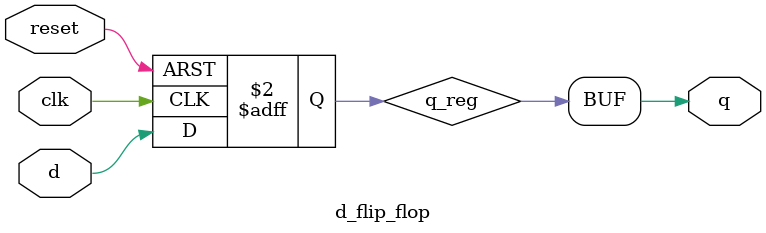
<source format=v>
module d_flip_flop (
  input clk,    // Sinal de clock de entrada
  input reset,  // Sinal de reset assíncrono (opcional)
  input d,      // Dado de entrada
  output q      // Saída Q
);

  reg q_reg;         // Registrador interno para armazenar o valor de Q

  // O Flip-Flop D é sensível à borda de subida do sinal de clock
  always @(posedge clk or posedge reset) begin
    if (reset)       // Verifica se o reset está ativado (pode ser opcional)
      q_reg <= 1'b0; // Define Q para 0 quando o reset está ativado
    else
      q_reg <= d;    // Armazena o valor de D em Q na borda de subida do clock
  end

  // Atribui o valor do registrador interno à saída Q
  assign q = q_reg;

endmodule
</source>
